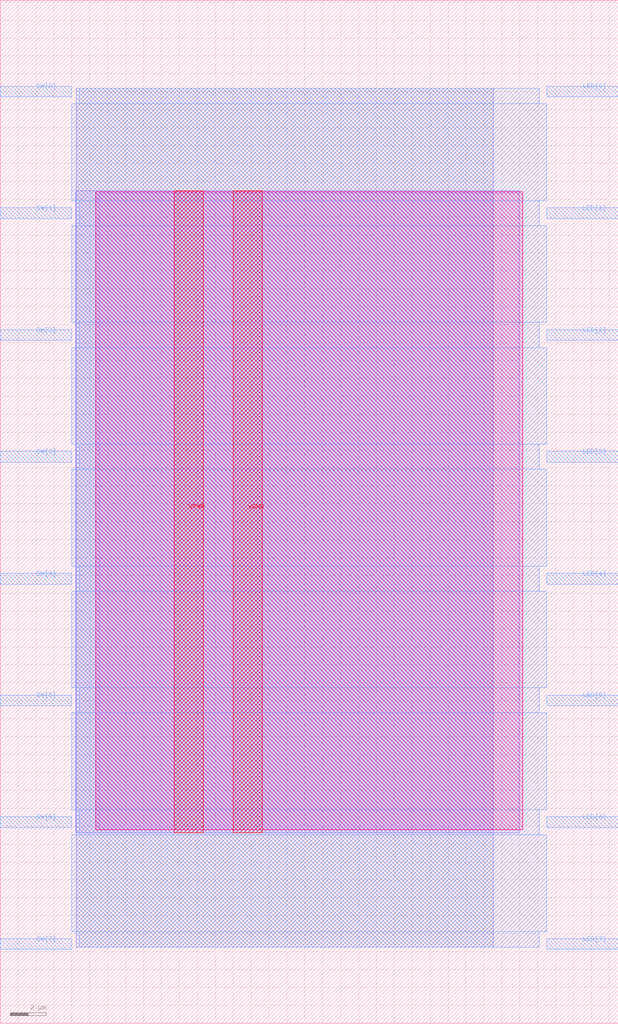
<source format=lef>
VERSION 5.7 ;
  NOWIREEXTENSIONATPIN ON ;
  DIVIDERCHAR "/" ;
  BUSBITCHARS "[]" ;
MACRO twos_complement
  CLASS BLOCK ;
  FOREIGN twos_complement ;
  ORIGIN 0.000 0.000 ;
  SIZE 34.500 BY 57.120 ;
  PIN LED[0]
    DIRECTION OUTPUT ;
    USE SIGNAL ;
    ANTENNADIFFAREA 0.445500 ;
    PORT
      LAYER met3 ;
        RECT 30.500 51.720 34.500 52.320 ;
    END
  END LED[0]
  PIN LED[1]
    DIRECTION OUTPUT ;
    USE SIGNAL ;
    ANTENNADIFFAREA 0.445500 ;
    PORT
      LAYER met3 ;
        RECT 30.500 44.920 34.500 45.520 ;
    END
  END LED[1]
  PIN LED[2]
    DIRECTION OUTPUT ;
    USE SIGNAL ;
    ANTENNADIFFAREA 0.445500 ;
    PORT
      LAYER met3 ;
        RECT 30.500 38.120 34.500 38.720 ;
    END
  END LED[2]
  PIN LED[3]
    DIRECTION OUTPUT ;
    USE SIGNAL ;
    ANTENNADIFFAREA 0.445500 ;
    PORT
      LAYER met3 ;
        RECT 30.500 31.320 34.500 31.920 ;
    END
  END LED[3]
  PIN LED[4]
    DIRECTION OUTPUT ;
    USE SIGNAL ;
    ANTENNADIFFAREA 0.445500 ;
    PORT
      LAYER met3 ;
        RECT 30.500 24.520 34.500 25.120 ;
    END
  END LED[4]
  PIN LED[5]
    DIRECTION OUTPUT ;
    USE SIGNAL ;
    ANTENNADIFFAREA 0.445500 ;
    PORT
      LAYER met3 ;
        RECT 30.500 17.720 34.500 18.320 ;
    END
  END LED[5]
  PIN LED[6]
    DIRECTION OUTPUT ;
    USE SIGNAL ;
    ANTENNADIFFAREA 0.445500 ;
    PORT
      LAYER met3 ;
        RECT 30.500 10.920 34.500 11.520 ;
    END
  END LED[6]
  PIN LED[7]
    DIRECTION OUTPUT ;
    USE SIGNAL ;
    ANTENNADIFFAREA 0.795200 ;
    PORT
      LAYER met3 ;
        RECT 30.500 4.120 34.500 4.720 ;
    END
  END LED[7]
  PIN SW[0]
    DIRECTION INPUT ;
    USE SIGNAL ;
    ANTENNAGATEAREA 0.196500 ;
    PORT
      LAYER met3 ;
        RECT 0.000 51.720 4.000 52.320 ;
    END
  END SW[0]
  PIN SW[1]
    DIRECTION INPUT ;
    USE SIGNAL ;
    ANTENNAGATEAREA 0.196500 ;
    PORT
      LAYER met3 ;
        RECT 0.000 44.920 4.000 45.520 ;
    END
  END SW[1]
  PIN SW[2]
    DIRECTION INPUT ;
    USE SIGNAL ;
    ANTENNAGATEAREA 0.196500 ;
    PORT
      LAYER met3 ;
        RECT 0.000 38.120 4.000 38.720 ;
    END
  END SW[2]
  PIN SW[3]
    DIRECTION INPUT ;
    USE SIGNAL ;
    ANTENNAGATEAREA 0.196500 ;
    PORT
      LAYER met3 ;
        RECT 0.000 31.320 4.000 31.920 ;
    END
  END SW[3]
  PIN SW[4]
    DIRECTION INPUT ;
    USE SIGNAL ;
    ANTENNAGATEAREA 0.196500 ;
    PORT
      LAYER met3 ;
        RECT 0.000 24.520 4.000 25.120 ;
    END
  END SW[4]
  PIN SW[5]
    DIRECTION INPUT ;
    USE SIGNAL ;
    ANTENNAGATEAREA 0.196500 ;
    PORT
      LAYER met3 ;
        RECT 0.000 17.720 4.000 18.320 ;
    END
  END SW[5]
  PIN SW[6]
    DIRECTION INPUT ;
    USE SIGNAL ;
    ANTENNAGATEAREA 0.196500 ;
    PORT
      LAYER met3 ;
        RECT 0.000 10.920 4.000 11.520 ;
    END
  END SW[6]
  PIN SW[7]
    DIRECTION INPUT ;
    USE SIGNAL ;
    ANTENNAGATEAREA 0.196500 ;
    PORT
      LAYER met3 ;
        RECT 0.000 4.120 4.000 4.720 ;
    END
  END SW[7]
  PIN VGND
    DIRECTION INOUT ;
    USE GROUND ;
    PORT
      LAYER met4 ;
        RECT 13.020 10.640 14.620 46.480 ;
    END
  END VGND
  PIN VPWR
    DIRECTION INOUT ;
    USE POWER ;
    PORT
      LAYER met4 ;
        RECT 9.720 10.640 11.320 46.480 ;
    END
  END VPWR
  OBS
      LAYER nwell ;
        RECT 5.330 10.795 29.170 46.430 ;
      LAYER li1 ;
        RECT 5.520 10.795 28.980 46.325 ;
      LAYER met1 ;
        RECT 4.210 10.640 28.980 46.480 ;
      LAYER met2 ;
        RECT 4.230 4.235 27.510 52.205 ;
      LAYER met3 ;
        RECT 4.400 51.320 30.100 52.185 ;
        RECT 3.990 45.920 30.500 51.320 ;
        RECT 4.400 44.520 30.100 45.920 ;
        RECT 3.990 39.120 30.500 44.520 ;
        RECT 4.400 37.720 30.100 39.120 ;
        RECT 3.990 32.320 30.500 37.720 ;
        RECT 4.400 30.920 30.100 32.320 ;
        RECT 3.990 25.520 30.500 30.920 ;
        RECT 4.400 24.120 30.100 25.520 ;
        RECT 3.990 18.720 30.500 24.120 ;
        RECT 4.400 17.320 30.100 18.720 ;
        RECT 3.990 11.920 30.500 17.320 ;
        RECT 4.400 10.520 30.100 11.920 ;
        RECT 3.990 5.120 30.500 10.520 ;
        RECT 4.400 4.255 30.100 5.120 ;
  END
END twos_complement
END LIBRARY


</source>
